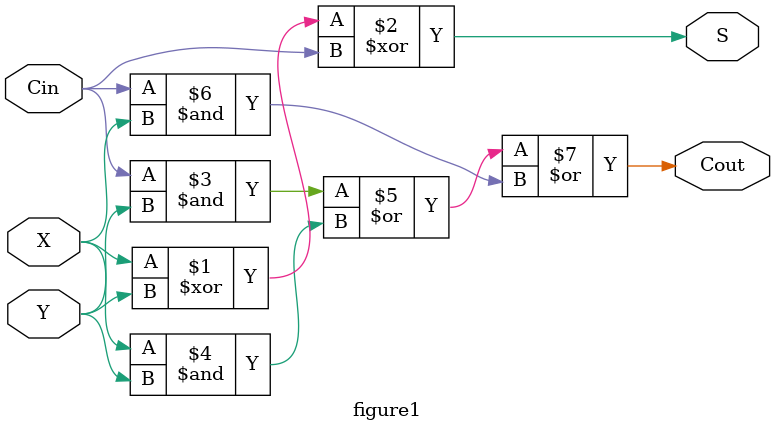
<source format=v>
module figure1(Cin, X, Y, S, Cout);
input Cin, X, Y;
output Cout, S;
assign S = (X^Y^Cin);
assign Cout = ((Cin&Y)|(X&Y)|(Cin&X));
endmodule

</source>
